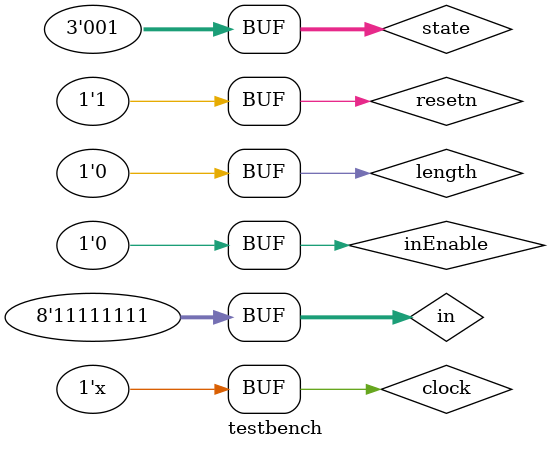
<source format=v>
`timescale 1ns / 1ps

module testbench ( );

	parameter CLOCK_PERIOD = 10;

    reg clock, length, resetn, inEnable;
    reg [2:0] state;
	reg [7:0] in;
    wire [7:0] paddleX;

	initial begin
        clock <= 1'b0;
	end // initial
	
	always @ (*)
	begin : Clock_Generator
		#((CLOCK_PERIOD) / 2) clock <= ~clock;
	end
	
	initial begin
        resetn <= 1'b0;
        #10 resetn <= 1'b1;
	end // initial

	initial begin
        state <= 3'b000;
		length <= 20;
		in <= 8'b0;
		inEnable <= 1'b1;
		
		#20 state <= 3'b001;
		#20 in <= 8'b11111111;
		#20 in <= 8'b00000001;
		#20 state <= 3'b000;
		#10 state <= 3'b001; inEnable <= 1'b0; in <= 8'b11111111;
	end // initial
	paddle U1 (clock, in, inEnable, length, paddleX, state, resetn);

endmodule

</source>
